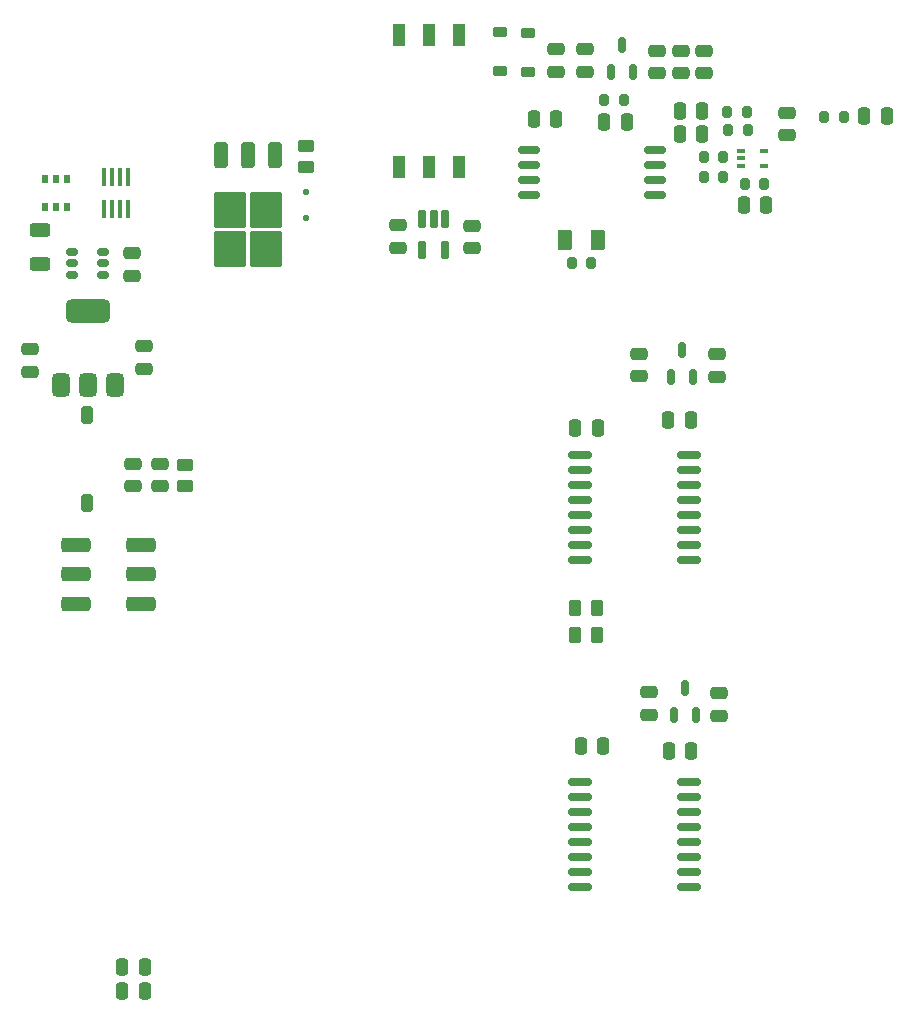
<source format=gtp>
G04 #@! TF.GenerationSoftware,KiCad,Pcbnew,8.0.3-8.0.3-0~ubuntu20.04.1*
G04 #@! TF.CreationDate,2025-01-28T06:04:02-03:00*
G04 #@! TF.ProjectId,hv_pulse_controller,68765f70-756c-4736-955f-636f6e74726f,rev?*
G04 #@! TF.SameCoordinates,Original*
G04 #@! TF.FileFunction,Paste,Top*
G04 #@! TF.FilePolarity,Positive*
%FSLAX46Y46*%
G04 Gerber Fmt 4.6, Leading zero omitted, Abs format (unit mm)*
G04 Created by KiCad (PCBNEW 8.0.3-8.0.3-0~ubuntu20.04.1) date 2025-01-28 06:04:02*
%MOMM*%
%LPD*%
G01*
G04 APERTURE LIST*
G04 Aperture macros list*
%AMRoundRect*
0 Rectangle with rounded corners*
0 $1 Rounding radius*
0 $2 $3 $4 $5 $6 $7 $8 $9 X,Y pos of 4 corners*
0 Add a 4 corners polygon primitive as box body*
4,1,4,$2,$3,$4,$5,$6,$7,$8,$9,$2,$3,0*
0 Add four circle primitives for the rounded corners*
1,1,$1+$1,$2,$3*
1,1,$1+$1,$4,$5*
1,1,$1+$1,$6,$7*
1,1,$1+$1,$8,$9*
0 Add four rect primitives between the rounded corners*
20,1,$1+$1,$2,$3,$4,$5,0*
20,1,$1+$1,$4,$5,$6,$7,0*
20,1,$1+$1,$6,$7,$8,$9,0*
20,1,$1+$1,$8,$9,$2,$3,0*%
G04 Aperture macros list end*
%ADD10RoundRect,0.150000X0.150000X-0.512500X0.150000X0.512500X-0.150000X0.512500X-0.150000X-0.512500X0*%
%ADD11RoundRect,0.200000X-0.200000X-0.275000X0.200000X-0.275000X0.200000X0.275000X-0.200000X0.275000X0*%
%ADD12RoundRect,0.250000X0.475000X-0.250000X0.475000X0.250000X-0.475000X0.250000X-0.475000X-0.250000X0*%
%ADD13RoundRect,0.250000X-0.250000X-0.475000X0.250000X-0.475000X0.250000X0.475000X-0.250000X0.475000X0*%
%ADD14RoundRect,0.200000X0.200000X0.275000X-0.200000X0.275000X-0.200000X-0.275000X0.200000X-0.275000X0*%
%ADD15RoundRect,0.125000X0.125000X-0.125000X0.125000X0.125000X-0.125000X0.125000X-0.125000X-0.125000X0*%
%ADD16RoundRect,0.250000X0.375000X0.625000X-0.375000X0.625000X-0.375000X-0.625000X0.375000X-0.625000X0*%
%ADD17RoundRect,0.250000X0.250000X0.475000X-0.250000X0.475000X-0.250000X-0.475000X0.250000X-0.475000X0*%
%ADD18RoundRect,0.175000X0.325000X0.175000X-0.325000X0.175000X-0.325000X-0.175000X0.325000X-0.175000X0*%
%ADD19RoundRect,0.225000X0.375000X-0.225000X0.375000X0.225000X-0.375000X0.225000X-0.375000X-0.225000X0*%
%ADD20RoundRect,0.250000X0.450000X-0.262500X0.450000X0.262500X-0.450000X0.262500X-0.450000X-0.262500X0*%
%ADD21RoundRect,0.250000X-0.475000X0.250000X-0.475000X-0.250000X0.475000X-0.250000X0.475000X0.250000X0*%
%ADD22RoundRect,0.150000X-0.750000X-0.150000X0.750000X-0.150000X0.750000X0.150000X-0.750000X0.150000X0*%
%ADD23RoundRect,0.150000X-0.875000X-0.150000X0.875000X-0.150000X0.875000X0.150000X-0.875000X0.150000X0*%
%ADD24RoundRect,0.250000X-0.262500X-0.450000X0.262500X-0.450000X0.262500X0.450000X-0.262500X0.450000X0*%
%ADD25RoundRect,0.312500X0.937500X-0.312500X0.937500X0.312500X-0.937500X0.312500X-0.937500X-0.312500X0*%
%ADD26RoundRect,0.312500X-0.937500X0.312500X-0.937500X-0.312500X0.937500X-0.312500X0.937500X0.312500X0*%
%ADD27RoundRect,0.250000X-0.250000X0.500000X-0.250000X-0.500000X0.250000X-0.500000X0.250000X0.500000X0*%
%ADD28RoundRect,0.100000X-0.225000X-0.100000X0.225000X-0.100000X0.225000X0.100000X-0.225000X0.100000X0*%
%ADD29RoundRect,0.250000X-0.625000X0.312500X-0.625000X-0.312500X0.625000X-0.312500X0.625000X0.312500X0*%
%ADD30RoundRect,0.100000X-0.100000X0.680000X-0.100000X-0.680000X0.100000X-0.680000X0.100000X0.680000X0*%
%ADD31R,0.510000X0.700000*%
%ADD32R,1.090000X1.830000*%
%ADD33RoundRect,0.054500X0.490500X-0.860500X0.490500X0.860500X-0.490500X0.860500X-0.490500X-0.860500X0*%
%ADD34RoundRect,0.250000X-0.350000X0.850000X-0.350000X-0.850000X0.350000X-0.850000X0.350000X0.850000X0*%
%ADD35RoundRect,0.250000X-1.125000X1.275000X-1.125000X-1.275000X1.125000X-1.275000X1.125000X1.275000X0*%
%ADD36RoundRect,0.162500X-0.162500X0.617500X-0.162500X-0.617500X0.162500X-0.617500X0.162500X0.617500X0*%
%ADD37RoundRect,0.250000X-0.450000X0.262500X-0.450000X-0.262500X0.450000X-0.262500X0.450000X0.262500X0*%
%ADD38RoundRect,0.375000X0.375000X-0.625000X0.375000X0.625000X-0.375000X0.625000X-0.375000X-0.625000X0*%
%ADD39RoundRect,0.500000X1.400000X-0.500000X1.400000X0.500000X-1.400000X0.500000X-1.400000X-0.500000X0*%
G04 APERTURE END LIST*
D10*
X156075000Y-95612500D03*
X157975000Y-95612500D03*
X157025000Y-93337500D03*
D11*
X160875000Y-73200000D03*
X162525000Y-73200000D03*
D12*
X160025000Y-95600000D03*
X160025000Y-93700000D03*
D13*
X162250000Y-81050000D03*
X164150000Y-81050000D03*
D14*
X162575000Y-74700000D03*
X160925000Y-74700000D03*
D15*
X125200000Y-82175000D03*
X125200000Y-79975000D03*
D12*
X165950000Y-75150000D03*
X165950000Y-73250000D03*
D16*
X149900000Y-84000000D03*
X147100000Y-84000000D03*
D14*
X152082500Y-72200000D03*
X150432500Y-72200000D03*
D10*
X156325000Y-124225000D03*
X158225000Y-124225000D03*
X157275000Y-121950000D03*
D12*
X153425000Y-95525000D03*
X153425000Y-93625000D03*
D17*
X111525000Y-147600000D03*
X109625000Y-147600000D03*
D13*
X144482500Y-73800000D03*
X146382500Y-73800000D03*
D12*
X111500000Y-94900000D03*
X111500000Y-93000000D03*
D10*
X151000000Y-69812500D03*
X152900000Y-69812500D03*
X151950000Y-67537500D03*
D11*
X147675000Y-86000000D03*
X149325000Y-86000000D03*
D18*
X108000000Y-86937500D03*
X108000000Y-85987500D03*
X108000000Y-85037500D03*
X105400000Y-85037500D03*
X105400000Y-85987500D03*
X105400000Y-86937500D03*
D19*
X141650000Y-69700000D03*
X141650000Y-66400000D03*
D20*
X114950000Y-104862500D03*
X114950000Y-103037500D03*
D21*
X132980000Y-82750000D03*
X132980000Y-84650000D03*
D14*
X163975000Y-79250000D03*
X162325000Y-79250000D03*
D22*
X144050000Y-76400000D03*
X144050000Y-77670000D03*
X144050000Y-78940000D03*
X144050000Y-80210000D03*
X154700000Y-80210000D03*
X154700000Y-78940000D03*
X154700000Y-77670000D03*
X154700000Y-76400000D03*
D23*
X148350000Y-102210000D03*
X148350000Y-103480000D03*
X148350000Y-104750000D03*
X148350000Y-106020000D03*
X148350000Y-107290000D03*
X148350000Y-108560000D03*
X148350000Y-109830000D03*
X148350000Y-111100000D03*
X157650000Y-111100000D03*
X157650000Y-109830000D03*
X157650000Y-108560000D03*
X157650000Y-107290000D03*
X157650000Y-106020000D03*
X157650000Y-104750000D03*
X157650000Y-103480000D03*
X157650000Y-102210000D03*
D24*
X147962500Y-115150000D03*
X149787500Y-115150000D03*
D12*
X101850000Y-95150000D03*
X101850000Y-93250000D03*
D25*
X111200000Y-114800000D03*
X111200000Y-112300000D03*
X111200000Y-109800000D03*
D26*
X105700000Y-114800000D03*
D25*
X105700000Y-112300000D03*
X105700000Y-109800000D03*
D19*
X143950000Y-69750000D03*
X143950000Y-66450000D03*
D12*
X148775000Y-69775000D03*
X148775000Y-67875000D03*
D17*
X174350000Y-73500000D03*
X172450000Y-73500000D03*
D12*
X110550000Y-104850000D03*
X110550000Y-102950000D03*
X112800000Y-104850000D03*
X112800000Y-102950000D03*
X160175000Y-124275000D03*
X160175000Y-122375000D03*
X146375000Y-69775000D03*
X146375000Y-67875000D03*
D13*
X156850000Y-73055000D03*
X158750000Y-73055000D03*
D27*
X106650000Y-98800000D03*
X106650000Y-106300000D03*
D12*
X154250000Y-124200000D03*
X154250000Y-122300000D03*
D24*
X147987500Y-117425000D03*
X149812500Y-117425000D03*
D28*
X162050000Y-76450000D03*
X162050000Y-77100000D03*
X162050000Y-77750000D03*
X163950000Y-77750000D03*
X163950000Y-76450000D03*
D21*
X139280000Y-82800000D03*
X139280000Y-84700000D03*
X110450000Y-85150000D03*
X110450000Y-87050000D03*
D29*
X102650000Y-83137500D03*
X102650000Y-86062500D03*
D14*
X170725000Y-73600000D03*
X169075000Y-73600000D03*
D13*
X148450000Y-126850000D03*
X150350000Y-126850000D03*
D12*
X158900000Y-69900000D03*
X158900000Y-68000000D03*
D30*
X110080000Y-78675000D03*
X109430000Y-78675000D03*
X108770000Y-78675000D03*
X108120000Y-78675000D03*
X108120000Y-81375000D03*
X108770000Y-81375000D03*
X109430000Y-81375000D03*
X110080000Y-81375000D03*
D31*
X103050000Y-81185000D03*
X104000000Y-81185000D03*
X104950000Y-81185000D03*
X104950000Y-78865000D03*
X104000000Y-78865000D03*
X103050000Y-78865000D03*
D32*
X133085000Y-77870000D03*
D33*
X135625000Y-77870000D03*
X138165000Y-77870000D03*
X138165000Y-66630000D03*
X135625000Y-66630000D03*
X133085000Y-66630000D03*
D34*
X122567500Y-76825000D03*
X120287500Y-76825000D03*
D35*
X121812500Y-81450000D03*
X118762500Y-81450000D03*
X121812500Y-84800000D03*
X118762500Y-84800000D03*
D34*
X118007500Y-76825000D03*
D13*
X150432500Y-74000000D03*
X152332500Y-74000000D03*
D36*
X136950000Y-82200000D03*
X136000000Y-82200000D03*
X135050000Y-82200000D03*
X135050000Y-84900000D03*
X136950000Y-84900000D03*
D17*
X111550000Y-145550000D03*
X109650000Y-145550000D03*
D12*
X154900000Y-69900000D03*
X154900000Y-68000000D03*
D13*
X155900000Y-127250000D03*
X157800000Y-127250000D03*
D11*
X158875000Y-78650000D03*
X160525000Y-78650000D03*
D13*
X155875000Y-99210000D03*
X157775000Y-99210000D03*
D37*
X125200000Y-76012500D03*
X125200000Y-77837500D03*
D13*
X156850000Y-75055000D03*
X158750000Y-75055000D03*
D38*
X104450000Y-96300000D03*
X106750000Y-96300000D03*
D39*
X106750000Y-90000000D03*
D38*
X109050000Y-96300000D03*
D17*
X149900000Y-99900000D03*
X148000000Y-99900000D03*
D12*
X156925000Y-69900000D03*
X156925000Y-68000000D03*
D11*
X158875000Y-76950000D03*
X160525000Y-76950000D03*
D23*
X148350000Y-129860000D03*
X148350000Y-131130000D03*
X148350000Y-132400000D03*
X148350000Y-133670000D03*
X148350000Y-134940000D03*
X148350000Y-136210000D03*
X148350000Y-137480000D03*
X148350000Y-138750000D03*
X157650000Y-138750000D03*
X157650000Y-137480000D03*
X157650000Y-136210000D03*
X157650000Y-134940000D03*
X157650000Y-133670000D03*
X157650000Y-132400000D03*
X157650000Y-131130000D03*
X157650000Y-129860000D03*
M02*

</source>
